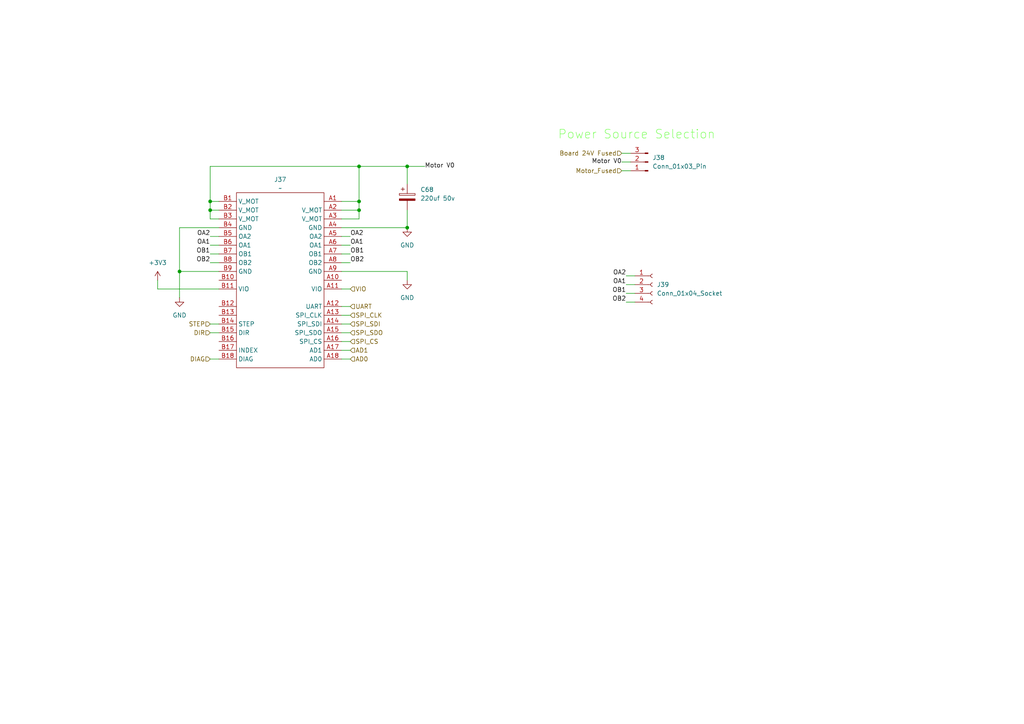
<source format=kicad_sch>
(kicad_sch (version 20231120) (generator "eeschema") (generator_version "8.0")
  (paper "A4")
  (lib_symbols
    (symbol "Connector:Conn_01x03_Pin" (pin_names (offset 1.016) hide)
      (property "Reference" "J" (at 0 5.08 0))
      (property "Value" "Conn_01x03_Pin" (at 0 -5.08 0))
      (symbol "Conn_01x03_Pin_1_1"
        (polyline (pts (xy 1.27 -2.54) (xy 0.8636 -2.54)) (stroke (width 0.1524)))
        (polyline (pts (xy 1.27 0) (xy 0.8636 0)) (stroke (width 0.1524)))
        (polyline (pts (xy 1.27 2.54) (xy 0.8636 2.54)) (stroke (width 0.1524)))
        (rectangle (start 0.8636 -2.413) (end 0 -2.667) (stroke (width 0.1524)) (fill (type outline)))
        (rectangle (start 0.8636 0.127) (end 0 -0.127) (stroke (width 0.1524)) (fill (type outline)))
        (rectangle (start 0.8636 2.667) (end 0 2.413) (stroke (width 0.1524)) (fill (type outline)))
        (pin passive line (at 5.08 2.54 180) (length 3.81) (name "Pin_1") (number "1"))
        (pin passive line (at 5.08 0 180) (length 3.81) (name "Pin_2") (number "2"))
        (pin passive line (at 5.08 -2.54 180) (length 3.81) (name "Pin_3") (number "3"))
      )
    )
    (symbol "Connector:Conn_01x04_Socket" (pin_names (offset 1.016) hide)
      (property "Reference" "J" (at 0 5.08 0))
      (property "Value" "Conn_01x04_Socket" (at 0 -7.62 0))
      (symbol "Conn_01x04_Socket_1_1"
        (arc (start 0 -4.572) (mid -0.5058 -5.08) (end 0 -5.588) (stroke (width 0.1524)))
        (arc (start 0 -2.032) (mid -0.5058 -2.54) (end 0 -3.048) (stroke (width 0.1524)))
        (polyline (pts (xy -1.27 -5.08) (xy -0.508 -5.08)) (stroke (width 0.1524)))
        (polyline (pts (xy -1.27 -2.54) (xy -0.508 -2.54)) (stroke (width 0.1524)))
        (polyline (pts (xy -1.27 0) (xy -0.508 0)) (stroke (width 0.1524)))
        (polyline (pts (xy -1.27 2.54) (xy -0.508 2.54)) (stroke (width 0.1524)))
        (arc (start 0 0.508) (mid -0.5058 0) (end 0 -0.508) (stroke (width 0.1524)))
        (arc (start 0 3.048) (mid -0.5058 2.54) (end 0 2.032) (stroke (width 0.1524)))
        (pin passive line (at -5.08 2.54 0) (length 3.81) (name "Pin_1") (number "1"))
        (pin passive line (at -5.08 0 0) (length 3.81) (name "Pin_2") (number "2"))
        (pin passive line (at -5.08 -2.54 0) (length 3.81) (name "Pin_3") (number "3"))
        (pin passive line (at -5.08 -5.08 0) (length 3.81) (name "Pin_4") (number "4"))
      )
    )
    (symbol "Device:C_Polarized" (pin_numbers hide) (pin_names (offset 0.254))
      (property "Reference" "C" (at 0.635 2.54 0))
      (property "Value" "C_Polarized" (at 0.635 -2.54 0))
      (symbol "C_Polarized_0_1"
        (rectangle (start -2.286 0.508) (end 2.286 1.016))
        (polyline (pts (xy -1.778 2.286) (xy -0.762 2.286)))
        (polyline (pts (xy -1.27 2.794) (xy -1.27 1.778)))
        (rectangle (start 2.286 -0.508) (end -2.286 -1.016) (fill (type outline)))
      )
      (symbol "C_Polarized_1_1"
        (pin passive line (at 0 3.81 270) (length 2.794) (name "~") (number "1"))
        (pin passive line (at 0 -3.81 90) (length 2.794) (name "~") (number "2"))
      )
    )
    (symbol "PCIEx1_Custom:PCIEx1_Custom"
      (property "Reference" "J" (at 0 25.654 0))
      (symbol "PCIEx1_Custom_0_1"
        (rectangle (start -12.7 20.32) (end 12.7 -30.48))
      )
      (symbol "PCIEx1_Custom_1_0"
        (pin input line (at 17.78 -5.08 180) (length 5.08) (name "") (number "A10"))
        (pin input line (at 17.78 -7.62 180) (length 5.08) (name "VIO") (number "A11"))
        (pin input line (at 17.78 -12.7 180) (length 5.08) (name "UART") (number "A12"))
        (pin input line (at 17.78 -15.24 180) (length 5.08) (name "SPI_CLK") (number "A13"))
        (pin input line (at 17.78 -17.78 180) (length 5.08) (name "SPI_SDI") (number "A14"))
        (pin input line (at 17.78 -20.32 180) (length 5.08) (name "SPI_SDO") (number "A15"))
        (pin input line (at 17.78 -22.86 180) (length 5.08) (name "SPI_CS") (number "A16"))
        (pin input line (at 17.78 -25.4 180) (length 5.08) (name "AD1") (number "A17"))
        (pin input line (at 17.78 -27.94 180) (length 5.08) (name "AD0") (number "A18"))
        (pin input line (at 17.78 15.24 180) (length 5.08) (name "V_MOT") (number "A2"))
        (pin input line (at 17.78 12.7 180) (length 5.08) (name "V_MOT") (number "A3"))
        (pin input line (at 17.78 10.16 180) (length 5.08) (name "GND") (number "A4"))
        (pin input line (at 17.78 7.62 180) (length 5.08) (name "OA2") (number "A5"))
        (pin input line (at 17.78 5.08 180) (length 5.08) (name "OA1") (number "A6"))
        (pin input line (at 17.78 2.54 180) (length 5.08) (name "OB1") (number "A7"))
        (pin input line (at 17.78 0 180) (length 5.08) (name "OB2") (number "A8"))
        (pin input line (at 17.78 -2.54 180) (length 5.08) (name "GND") (number "A9"))
        (pin input line (at -17.78 -5.08 0) (length 5.08) (name "") (number "B10"))
        (pin input line (at -17.78 -7.62 0) (length 5.08) (name "VIO") (number "B11"))
        (pin input line (at -17.78 -12.7 0) (length 5.08) (name "") (number "B12"))
        (pin input line (at -17.78 -15.24 0) (length 5.08) (name "") (number "B13"))
        (pin input line (at -17.78 -17.78 0) (length 5.08) (name "STEP") (number "B14"))
        (pin input line (at -17.78 -20.32 0) (length 5.08) (name "DIR") (number "B15"))
        (pin input line (at -17.78 -22.86 0) (length 5.08) (name "") (number "B16"))
        (pin input line (at -17.78 -25.4 0) (length 5.08) (name "INDEX") (number "B17"))
        (pin input line (at -17.78 -27.94 0) (length 5.08) (name "DIAG") (number "B18"))
        (pin input line (at -17.78 15.24 0) (length 5.08) (name "V_MOT") (number "B2"))
        (pin input line (at -17.78 12.7 0) (length 5.08) (name "V_MOT") (number "B3"))
        (pin input line (at -17.78 10.16 0) (length 5.08) (name "GND") (number "B4"))
        (pin input line (at -17.78 7.62 0) (length 5.08) (name "OA2") (number "B5"))
        (pin input line (at -17.78 5.08 0) (length 5.08) (name "OA1") (number "B6"))
        (pin input line (at -17.78 2.54 0) (length 5.08) (name "OB1") (number "B7"))
        (pin input line (at -17.78 0 0) (length 5.08) (name "OB2") (number "B8"))
        (pin input line (at -17.78 -2.54 0) (length 5.08) (name "GND") (number "B9"))
      )
      (symbol "PCIEx1_Custom_1_1"
        (pin input line (at 17.78 17.78 180) (length 5.08) (name "") (number "A1"))
        (pin input line (at -17.78 17.78 0) (length 5.08) (name "V_MOT") (number "B1"))
      )
    )
    (symbol "power:+3V3" (power) (pin_numbers hide) (pin_names (offset 0) hide)
      (property "Value" "+3V3" (at 0 3.556 0))
      (symbol "+3V3_0_1"
        (polyline (pts (xy -0.762 1.27) (xy 0 2.54)))
        (polyline (pts (xy 0 0) (xy 0 2.54)))
        (polyline (pts (xy 0 2.54) (xy 0.762 1.27)))
      )
      (symbol "+3V3_1_1"
        (pin power_in line (at 0 0 90) (length 0) (name "~") (number "1"))
      )
    )
    (symbol "power:GND" (power) (pin_numbers hide) (pin_names (offset 0) hide)
      (property "Value" "GND" (at 0 -3.81 0))
      (symbol "GND_0_1"
        (polyline (pts (xy 0 0) (xy 0 -1.27) (xy 1.27 -1.27) (xy 0 -2.54) (xy -1.27 -1.27) (xy 0 -1.27)))
      )
      (symbol "GND_1_1"
        (pin power_in line (at 0 0 270) (length 0) (name "~") (number "1"))
      )
    )
  )
  (junction (at 60.96 60.96))
  (junction (at 60.96 58.42))
  (junction (at 104.14 60.96))
  (junction (at 104.14 58.42))
  (junction (at 104.14 48.26))
  (junction (at 118.11 66.04))
  (junction (at 52.07 78.74))
  (junction (at 118.11 48.26))
  (wire (pts (xy 60.96 63.5) (xy 60.96 60.96)))
  (wire (pts (xy 181.61 87.63) (xy 184.15 87.63)))
  (wire (pts (xy 99.06 78.74) (xy 118.11 78.74)))
  (wire (pts (xy 63.5 60.96) (xy 60.96 60.96)))
  (wire (pts (xy 99.06 66.04) (xy 118.11 66.04)))
  (wire (pts (xy 181.61 80.01) (xy 184.15 80.01)))
  (wire (pts (xy 60.96 71.12) (xy 63.5 71.12)))
  (wire (pts (xy 60.96 73.66) (xy 63.5 73.66)))
  (wire (pts (xy 118.11 48.26) (xy 118.11 53.34)))
  (wire (pts (xy 63.5 63.5) (xy 60.96 63.5)))
  (wire (pts (xy 101.6 88.9) (xy 99.06 88.9)))
  (wire (pts (xy 60.96 96.52) (xy 63.5 96.52)))
  (wire (pts (xy 101.6 104.14) (xy 99.06 104.14)))
  (wire (pts (xy 52.07 78.74) (xy 52.07 86.36)))
  (wire (pts (xy 101.6 73.66) (xy 99.06 73.66)))
  (wire (pts (xy 99.06 60.96) (xy 104.14 60.96)))
  (wire (pts (xy 60.96 76.2) (xy 63.5 76.2)))
  (wire (pts (xy 45.72 83.82) (xy 63.5 83.82)))
  (wire (pts (xy 101.6 99.06) (xy 99.06 99.06)))
  (wire (pts (xy 99.06 58.42) (xy 104.14 58.42)))
  (wire (pts (xy 101.6 71.12) (xy 99.06 71.12)))
  (wire (pts (xy 60.96 93.98) (xy 63.5 93.98)))
  (wire (pts (xy 101.6 68.58) (xy 99.06 68.58)))
  (wire (pts (xy 180.34 49.53) (xy 182.88 49.53)))
  (wire (pts (xy 99.06 83.82) (xy 101.6 83.82)))
  (wire (pts (xy 101.6 91.44) (xy 99.06 91.44)))
  (wire (pts (xy 118.11 78.74) (xy 118.11 81.28)))
  (wire (pts (xy 101.6 93.98) (xy 99.06 93.98)))
  (wire (pts (xy 101.6 101.6) (xy 99.06 101.6)))
  (wire (pts (xy 104.14 48.26) (xy 118.11 48.26)))
  (wire (pts (xy 101.6 96.52) (xy 99.06 96.52)))
  (wire (pts (xy 60.96 104.14) (xy 63.5 104.14)))
  (wire (pts (xy 63.5 78.74) (xy 52.07 78.74)))
  (wire (pts (xy 104.14 63.5) (xy 104.14 60.96)))
  (wire (pts (xy 181.61 82.55) (xy 184.15 82.55)))
  (wire (pts (xy 60.96 58.42) (xy 63.5 58.42)))
  (wire (pts (xy 60.96 48.26) (xy 104.14 48.26)))
  (wire (pts (xy 60.96 60.96) (xy 60.96 58.42)))
  (wire (pts (xy 180.34 44.45) (xy 182.88 44.45)))
  (wire (pts (xy 60.96 58.42) (xy 60.96 48.26)))
  (wire (pts (xy 52.07 66.04) (xy 52.07 78.74)))
  (wire (pts (xy 60.96 68.58) (xy 63.5 68.58)))
  (wire (pts (xy 104.14 58.42) (xy 104.14 48.26)))
  (wire (pts (xy 99.06 63.5) (xy 104.14 63.5)))
  (wire (pts (xy 180.34 46.99) (xy 182.88 46.99)))
  (wire (pts (xy 104.14 60.96) (xy 104.14 58.42)))
  (wire (pts (xy 123.19 48.26) (xy 118.11 48.26)))
  (wire (pts (xy 45.72 83.82) (xy 45.72 81.28)))
  (wire (pts (xy 118.11 60.96) (xy 118.11 66.04)))
  (wire (pts (xy 63.5 66.04) (xy 52.07 66.04)))
  (wire (pts (xy 181.61 85.09) (xy 184.15 85.09)))
  (wire (pts (xy 101.6 76.2) (xy 99.06 76.2)))
  (text "Power Source Selection" (at 184.658 39.116 0) (effects (font (size 2.54 2.54))))
  (label "OA2" (at 101.6 68.58 0))
  (label "OB1" (at 60.96 73.66 180))
  (label "Motor V0" (at 123.19 48.26 0))
  (label "Motor V0" (at 180.34 46.99 180))
  (label "OB1" (at 181.61 85.09 180))
  (label "OA1" (at 181.61 82.55 180))
  (label "OA2" (at 181.61 80.01 180))
  (label "OB2" (at 181.61 87.63 180))
  (label "OA1" (at 60.96 71.12 180))
  (label "OA1" (at 101.6 71.12 0))
  (label "OB2" (at 101.6 76.2 0))
  (label "OA2" (at 60.96 68.58 180))
  (label "OB2" (at 60.96 76.2 180))
  (label "OB1" (at 101.6 73.66 0))
  (hierarchical_label "DIR" (shape input) (at 60.96 96.52 180))
  (hierarchical_label "VIO" (shape input) (at 101.6 83.82 0))
  (hierarchical_label "SPI_CS" (shape input) (at 101.6 99.06 0))
  (hierarchical_label "DIAG" (shape input) (at 60.96 104.14 180))
  (hierarchical_label "SPI_CLK" (shape input) (at 101.6 91.44 0))
  (hierarchical_label "STEP" (shape input) (at 60.96 93.98 180))
  (hierarchical_label "Board 24V Fused" (shape input) (at 180.34 44.45 180))
  (hierarchical_label "AD1" (shape input) (at 101.6 101.6 0))
  (hierarchical_label "AD0" (shape input) (at 101.6 104.14 0))
  (hierarchical_label "SPI_SDI" (shape input) (at 101.6 93.98 0))
  (hierarchical_label "UART" (shape input) (at 101.6 88.9 0))
  (hierarchical_label "SPI_SDO" (shape input) (at 101.6 96.52 0))
  (hierarchical_label "Motor_Fused" (shape input) (at 180.34 49.53 180))
  (symbol (lib_id "power:+3V3") (at 45.72 81.28 0) (mirror y) (unit 1)
    (property "Reference" "#PWR0136" (effects (hide yes)))
    (property "Value" "+3V3" (at 45.72 76.2 0))
    (property "Description" "Power symbol creates a global label with name \"+3V3\"" (effects (hide yes)))
    (instances (project "" (path "" (reference "#PWR0136") (unit 1)) (path "" (reference "#PWR0132") (unit 1)) (path "" (reference "#PWR0135") (unit 1)) (path "" (reference "#PWR0138") (unit 1)) (path "" (reference "#PWR0139") (unit 1)) (path "" (reference "#PWR0134") (unit 1)) (path "" (reference "#PWR0137") (unit 1)) (path "" (reference "#PWR0133") (unit 1))))
  )
  (symbol (lib_id "PCIEx1_Custom:PCIEx1_Custom") (at 81.28 76.2 0) (unit 1)
    (property "Reference" "J37" (at 81.28 52.07 0))
    (property "Value" "~" (at 81.28 54.61 0))
    (property "Footprint" "3183-10200P1T:UMAX_3183-10200P1T_PCIEx1" (effects (hide yes)))
    (instances (project "ArachnidV2" (path "" (reference "J37") (unit 1)) (path "" (reference "J23") (unit 1)) (path "" (reference "J34") (unit 1)) (path "" (reference "J43") (unit 1)) (path "" (reference "J46") (unit 1)) (path "" (reference "J31") (unit 1)) (path "" (reference "J40") (unit 1)) (path "" (reference "J28") (unit 1))))
  )
  (symbol (lib_id "Connector:Conn_01x03_Pin") (at 187.96 46.99 180) (unit 1)
    (property "Reference" "J38" (at 189.23 45.7199 0) (effects (justify right)))
    (property "Value" "Conn_01x03_Pin" (at 189.23 48.2599 0) (effects (justify right)))
    (property "Footprint" "Connector_PinHeader_2.54mm:PinHeader_1x03_P2.54mm_Vertical" (effects (hide yes)))
    (property "Description" "Generic connector, single row, 01x03, script generated" (effects (hide yes)))
    (instances (project "ArachnidV2" (path "" (reference "J38") (unit 1)) (path "" (reference "J25") (unit 1)) (path "" (reference "J35") (unit 1)) (path "" (reference "J44") (unit 1)) (path "" (reference "J47") (unit 1)) (path "" (reference "J32") (unit 1)) (path "" (reference "J41") (unit 1)) (path "" (reference "J29") (unit 1))))
  )
  (symbol (lib_id "power:GND") (at 52.07 86.36 0) (unit 1)
    (property "Reference" "#PWR076" (effects (hide yes)))
    (property "Value" "GND" (at 52.07 91.44 0))
    (property "Description" "Power symbol creates a global label with name \"GND\" , ground" (effects (hide yes)))
    (instances (project "ArachnidV2" (path "" (reference "#PWR076") (unit 1)) (path "" (reference "#PWR052") (unit 1)) (path "" (reference "#PWR073") (unit 1)) (path "" (reference "#PWR082") (unit 1)) (path "" (reference "#PWR085") (unit 1)) (path "" (reference "#PWR070") (unit 1)) (path "" (reference "#PWR079") (unit 1)) (path "" (reference "#PWR067") (unit 1))))
  )
  (symbol (lib_id "power:GND") (at 118.11 66.04 0) (unit 1)
    (property "Reference" "#PWR077" (effects (hide yes)))
    (property "Value" "GND" (at 118.11 71.12 0))
    (property "Description" "Power symbol creates a global label with name \"GND\" , ground" (effects (hide yes)))
    (instances (project "ArachnidV2" (path "" (reference "#PWR077") (unit 1)) (path "" (reference "#PWR0104") (unit 1)) (path "" (reference "#PWR074") (unit 1)) (path "" (reference "#PWR083") (unit 1)) (path "" (reference "#PWR086") (unit 1)) (path "" (reference "#PWR071") (unit 1)) (path "" (reference "#PWR080") (unit 1)) (path "" (reference "#PWR068") (unit 1))))
  )
  (symbol (lib_id "Connector:Conn_01x04_Socket") (at 189.23 82.55 0) (unit 1)
    (property "Reference" "J39" (at 190.5 82.5499 0) (effects (justify left)))
    (property "Value" "Conn_01x04_Socket" (at 190.5 85.0899 0) (effects (justify left)))
    (property "Footprint" "Connector_JST:JST_XH_B4B-XH-A_1x04_P2.50mm_Vertical" (effects (hide yes)))
    (property "Description" "Generic connector, single row, 01x04, script generated" (effects (hide yes)))
    (instances (project "ArachnidV2" (path "" (reference "J39") (unit 1)) (path "" (reference "J49") (unit 1)) (path "" (reference "J36") (unit 1)) (path "" (reference "J45") (unit 1)) (path "" (reference "J48") (unit 1)) (path "" (reference "J33") (unit 1)) (path "" (reference "J42") (unit 1)) (path "" (reference "J30") (unit 1))))
  )
  (symbol (lib_id "power:GND") (at 118.11 81.28 0) (unit 1)
    (property "Reference" "#PWR078" (effects (hide yes)))
    (property "Value" "GND" (at 118.11 86.36 0))
    (property "Description" "Power symbol creates a global label with name \"GND\" , ground" (effects (hide yes)))
    (instances (project "ArachnidV2" (path "" (reference "#PWR078") (unit 1)) (path "" (reference "#PWR053") (unit 1)) (path "" (reference "#PWR075") (unit 1)) (path "" (reference "#PWR084") (unit 1)) (path "" (reference "#PWR087") (unit 1)) (path "" (reference "#PWR072") (unit 1)) (path "" (reference "#PWR081") (unit 1)) (path "" (reference "#PWR069") (unit 1))))
  )
  (symbol (lib_id "Device:C_Polarized") (at 118.11 57.15 0) (unit 1)
    (property "Reference" "C68" (at 121.92 54.9909 0) (effects (justify left)))
    (property "Value" "220uf 50v" (at 121.92 57.5309 0) (effects (justify left)))
    (property "Footprint" "Capacitor_SMD:CP_Elec_10x10" (effects (hide yes)))
    (property "Description" "Polarized capacitor" (effects (hide yes)))
    (instances (project "ArachnidV2" (path "" (reference "C68") (unit 1)) (path "" (reference "C49") (unit 1)) (path "" (reference "C67") (unit 1)) (path "" (reference "C70") (unit 1)) (path "" (reference "C71") (unit 1)) (path "" (reference "C66") (unit 1)) (path "" (reference "C69") (unit 1)) (path "" (reference "C65") (unit 1))))
  )
)
</source>
